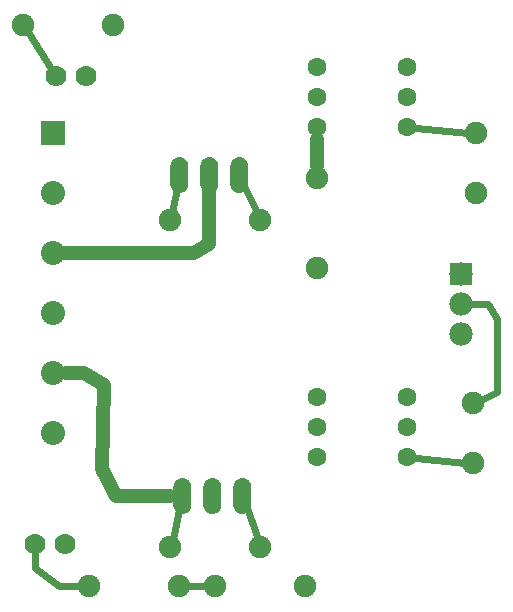
<source format=gtl>
G04 MADE WITH FRITZING*
G04 WWW.FRITZING.ORG*
G04 DOUBLE SIDED*
G04 HOLES PLATED*
G04 CONTOUR ON CENTER OF CONTOUR VECTOR*
%ASAXBY*%
%FSLAX23Y23*%
%MOIN*%
%OFA0B0*%
%SFA1.0B1.0*%
%ADD10C,0.060000*%
%ADD11C,0.078000*%
%ADD12C,0.080000*%
%ADD13C,0.063000*%
%ADD14C,0.075000*%
%ADD15C,0.070000*%
%ADD16R,0.078000X0.078000*%
%ADD17R,0.080000X0.080000*%
%ADD18C,0.024000*%
%ADD19C,0.048000*%
%ADD20R,0.001000X0.001000*%
%LNCOPPER1*%
G90*
G70*
G54D10*
X636Y485D03*
X736Y485D03*
X836Y485D03*
X636Y485D03*
X736Y485D03*
X836Y485D03*
X626Y1555D03*
X726Y1555D03*
X826Y1555D03*
X626Y1555D03*
X726Y1555D03*
X826Y1555D03*
G54D11*
X1566Y1225D03*
X1566Y1125D03*
X1566Y1025D03*
G54D12*
X206Y1695D03*
X206Y1495D03*
X206Y1295D03*
X206Y1095D03*
X206Y895D03*
X206Y695D03*
G54D13*
X1386Y1715D03*
X1386Y1815D03*
X1386Y1915D03*
X1086Y1915D03*
X1086Y1815D03*
X1086Y1715D03*
X1386Y1715D03*
X1386Y1815D03*
X1386Y1915D03*
X1086Y1915D03*
X1086Y1815D03*
X1086Y1715D03*
X1386Y615D03*
X1386Y715D03*
X1386Y815D03*
X1086Y815D03*
X1086Y715D03*
X1086Y615D03*
X1386Y615D03*
X1386Y715D03*
X1386Y815D03*
X1086Y815D03*
X1086Y715D03*
X1086Y615D03*
G54D14*
X746Y185D03*
X1046Y185D03*
X1606Y595D03*
X1606Y795D03*
X1616Y1495D03*
X1616Y1695D03*
X1086Y1245D03*
X1086Y1545D03*
X106Y2055D03*
X406Y2055D03*
G54D15*
X216Y1885D03*
X316Y1885D03*
X146Y325D03*
X246Y325D03*
G54D14*
X326Y185D03*
X626Y185D03*
X596Y315D03*
X896Y315D03*
X596Y1405D03*
X896Y1405D03*
G54D16*
X1566Y1225D03*
G54D17*
X206Y1695D03*
G54D18*
X1413Y1712D02*
X1588Y1697D01*
D02*
X1686Y833D02*
X1686Y1074D01*
D02*
X1686Y1074D02*
X1656Y1126D01*
D02*
X1656Y1126D02*
X1596Y1125D01*
D02*
X1632Y807D02*
X1686Y833D01*
D02*
X1413Y612D02*
X1578Y597D01*
G54D19*
D02*
X1086Y1604D02*
X1086Y1584D01*
D02*
X1086Y1677D02*
X1086Y1604D01*
D02*
X367Y574D02*
X415Y485D01*
D02*
X374Y855D02*
X367Y574D01*
D02*
X308Y896D02*
X374Y855D01*
D02*
X415Y485D02*
X594Y485D01*
D02*
X248Y895D02*
X308Y896D01*
G54D18*
D02*
X122Y2031D02*
X202Y1907D01*
D02*
X655Y185D02*
X718Y185D01*
D02*
X145Y244D02*
X226Y185D01*
D02*
X226Y185D02*
X298Y185D01*
D02*
X146Y299D02*
X145Y244D01*
D02*
X847Y455D02*
X887Y342D01*
D02*
X629Y454D02*
X603Y343D01*
D02*
X620Y1524D02*
X602Y1433D01*
D02*
X839Y1527D02*
X884Y1431D01*
G54D19*
D02*
X674Y1296D02*
X237Y1295D01*
D02*
X726Y1326D02*
X674Y1296D01*
D02*
X726Y1524D02*
X726Y1326D01*
G54D20*
X624Y1615D02*
X627Y1615D01*
X724Y1615D02*
X727Y1615D01*
X824Y1615D02*
X827Y1615D01*
X618Y1614D02*
X633Y1614D01*
X718Y1614D02*
X733Y1614D01*
X818Y1614D02*
X833Y1614D01*
X615Y1613D02*
X636Y1613D01*
X715Y1613D02*
X736Y1613D01*
X815Y1613D02*
X836Y1613D01*
X613Y1612D02*
X638Y1612D01*
X713Y1612D02*
X738Y1612D01*
X813Y1612D02*
X838Y1612D01*
X611Y1611D02*
X640Y1611D01*
X711Y1611D02*
X740Y1611D01*
X811Y1611D02*
X840Y1611D01*
X609Y1610D02*
X642Y1610D01*
X709Y1610D02*
X742Y1610D01*
X809Y1610D02*
X842Y1610D01*
X608Y1609D02*
X643Y1609D01*
X708Y1609D02*
X743Y1609D01*
X808Y1609D02*
X843Y1609D01*
X607Y1608D02*
X644Y1608D01*
X707Y1608D02*
X744Y1608D01*
X807Y1608D02*
X844Y1608D01*
X606Y1607D02*
X645Y1607D01*
X706Y1607D02*
X745Y1607D01*
X805Y1607D02*
X845Y1607D01*
X605Y1606D02*
X647Y1606D01*
X704Y1606D02*
X746Y1606D01*
X804Y1606D02*
X846Y1606D01*
X604Y1605D02*
X647Y1605D01*
X704Y1605D02*
X747Y1605D01*
X804Y1605D02*
X847Y1605D01*
X603Y1604D02*
X648Y1604D01*
X703Y1604D02*
X748Y1604D01*
X803Y1604D02*
X848Y1604D01*
X602Y1603D02*
X649Y1603D01*
X702Y1603D02*
X749Y1603D01*
X802Y1603D02*
X849Y1603D01*
X601Y1602D02*
X650Y1602D01*
X701Y1602D02*
X750Y1602D01*
X801Y1602D02*
X850Y1602D01*
X601Y1601D02*
X650Y1601D01*
X701Y1601D02*
X750Y1601D01*
X801Y1601D02*
X850Y1601D01*
X600Y1600D02*
X651Y1600D01*
X700Y1600D02*
X751Y1600D01*
X800Y1600D02*
X851Y1600D01*
X599Y1599D02*
X652Y1599D01*
X699Y1599D02*
X752Y1599D01*
X799Y1599D02*
X852Y1599D01*
X599Y1598D02*
X652Y1598D01*
X699Y1598D02*
X752Y1598D01*
X799Y1598D02*
X852Y1598D01*
X598Y1597D02*
X653Y1597D01*
X698Y1597D02*
X753Y1597D01*
X798Y1597D02*
X852Y1597D01*
X598Y1596D02*
X653Y1596D01*
X698Y1596D02*
X753Y1596D01*
X798Y1596D02*
X853Y1596D01*
X598Y1595D02*
X653Y1595D01*
X698Y1595D02*
X753Y1595D01*
X798Y1595D02*
X853Y1595D01*
X597Y1594D02*
X654Y1594D01*
X697Y1594D02*
X754Y1594D01*
X797Y1594D02*
X854Y1594D01*
X597Y1593D02*
X654Y1593D01*
X697Y1593D02*
X754Y1593D01*
X797Y1593D02*
X854Y1593D01*
X597Y1592D02*
X654Y1592D01*
X697Y1592D02*
X754Y1592D01*
X797Y1592D02*
X854Y1592D01*
X597Y1591D02*
X654Y1591D01*
X697Y1591D02*
X754Y1591D01*
X797Y1591D02*
X854Y1591D01*
X596Y1590D02*
X655Y1590D01*
X696Y1590D02*
X755Y1590D01*
X796Y1590D02*
X855Y1590D01*
X596Y1589D02*
X655Y1589D01*
X696Y1589D02*
X755Y1589D01*
X796Y1589D02*
X855Y1589D01*
X596Y1588D02*
X655Y1588D01*
X696Y1588D02*
X755Y1588D01*
X796Y1588D02*
X855Y1588D01*
X596Y1587D02*
X655Y1587D01*
X696Y1587D02*
X755Y1587D01*
X796Y1587D02*
X855Y1587D01*
X596Y1586D02*
X655Y1586D01*
X696Y1586D02*
X755Y1586D01*
X796Y1586D02*
X855Y1586D01*
X596Y1585D02*
X655Y1585D01*
X696Y1585D02*
X755Y1585D01*
X796Y1585D02*
X855Y1585D01*
X596Y1584D02*
X655Y1584D01*
X696Y1584D02*
X755Y1584D01*
X796Y1584D02*
X855Y1584D01*
X596Y1583D02*
X655Y1583D01*
X696Y1583D02*
X755Y1583D01*
X796Y1583D02*
X855Y1583D01*
X596Y1582D02*
X655Y1582D01*
X696Y1582D02*
X755Y1582D01*
X796Y1582D02*
X855Y1582D01*
X596Y1581D02*
X655Y1581D01*
X696Y1581D02*
X755Y1581D01*
X796Y1581D02*
X855Y1581D01*
X596Y1580D02*
X655Y1580D01*
X696Y1580D02*
X755Y1580D01*
X796Y1580D02*
X855Y1580D01*
X596Y1579D02*
X655Y1579D01*
X696Y1579D02*
X755Y1579D01*
X796Y1579D02*
X855Y1579D01*
X596Y1578D02*
X655Y1578D01*
X696Y1578D02*
X755Y1578D01*
X796Y1578D02*
X855Y1578D01*
X596Y1577D02*
X655Y1577D01*
X696Y1577D02*
X755Y1577D01*
X796Y1577D02*
X855Y1577D01*
X596Y1576D02*
X655Y1576D01*
X696Y1576D02*
X755Y1576D01*
X796Y1576D02*
X855Y1576D01*
X596Y1575D02*
X624Y1575D01*
X627Y1575D02*
X655Y1575D01*
X696Y1575D02*
X724Y1575D01*
X727Y1575D02*
X755Y1575D01*
X796Y1575D02*
X824Y1575D01*
X827Y1575D02*
X855Y1575D01*
X596Y1574D02*
X619Y1574D01*
X632Y1574D02*
X655Y1574D01*
X696Y1574D02*
X719Y1574D01*
X732Y1574D02*
X755Y1574D01*
X796Y1574D02*
X819Y1574D01*
X832Y1574D02*
X855Y1574D01*
X596Y1573D02*
X616Y1573D01*
X635Y1573D02*
X655Y1573D01*
X696Y1573D02*
X716Y1573D01*
X735Y1573D02*
X755Y1573D01*
X796Y1573D02*
X816Y1573D01*
X835Y1573D02*
X855Y1573D01*
X596Y1572D02*
X614Y1572D01*
X637Y1572D02*
X655Y1572D01*
X696Y1572D02*
X714Y1572D01*
X737Y1572D02*
X755Y1572D01*
X796Y1572D02*
X814Y1572D01*
X837Y1572D02*
X855Y1572D01*
X596Y1571D02*
X613Y1571D01*
X638Y1571D02*
X655Y1571D01*
X696Y1571D02*
X713Y1571D01*
X738Y1571D02*
X755Y1571D01*
X796Y1571D02*
X813Y1571D01*
X838Y1571D02*
X855Y1571D01*
X596Y1570D02*
X612Y1570D01*
X639Y1570D02*
X655Y1570D01*
X696Y1570D02*
X712Y1570D01*
X739Y1570D02*
X755Y1570D01*
X796Y1570D02*
X812Y1570D01*
X839Y1570D02*
X855Y1570D01*
X596Y1569D02*
X611Y1569D01*
X640Y1569D02*
X655Y1569D01*
X696Y1569D02*
X711Y1569D01*
X740Y1569D02*
X755Y1569D01*
X796Y1569D02*
X811Y1569D01*
X840Y1569D02*
X855Y1569D01*
X596Y1568D02*
X610Y1568D01*
X641Y1568D02*
X655Y1568D01*
X696Y1568D02*
X710Y1568D01*
X741Y1568D02*
X755Y1568D01*
X796Y1568D02*
X810Y1568D01*
X841Y1568D02*
X855Y1568D01*
X596Y1567D02*
X609Y1567D01*
X642Y1567D02*
X655Y1567D01*
X696Y1567D02*
X709Y1567D01*
X742Y1567D02*
X755Y1567D01*
X796Y1567D02*
X809Y1567D01*
X842Y1567D02*
X855Y1567D01*
X596Y1566D02*
X608Y1566D01*
X643Y1566D02*
X655Y1566D01*
X696Y1566D02*
X708Y1566D01*
X743Y1566D02*
X755Y1566D01*
X796Y1566D02*
X808Y1566D01*
X843Y1566D02*
X855Y1566D01*
X596Y1565D02*
X608Y1565D01*
X643Y1565D02*
X655Y1565D01*
X696Y1565D02*
X708Y1565D01*
X743Y1565D02*
X755Y1565D01*
X796Y1565D02*
X808Y1565D01*
X843Y1565D02*
X855Y1565D01*
X596Y1564D02*
X607Y1564D01*
X644Y1564D02*
X655Y1564D01*
X696Y1564D02*
X707Y1564D01*
X744Y1564D02*
X755Y1564D01*
X796Y1564D02*
X807Y1564D01*
X844Y1564D02*
X855Y1564D01*
X596Y1563D02*
X607Y1563D01*
X644Y1563D02*
X655Y1563D01*
X696Y1563D02*
X707Y1563D01*
X744Y1563D02*
X755Y1563D01*
X796Y1563D02*
X807Y1563D01*
X844Y1563D02*
X855Y1563D01*
X596Y1562D02*
X606Y1562D01*
X645Y1562D02*
X655Y1562D01*
X696Y1562D02*
X706Y1562D01*
X745Y1562D02*
X755Y1562D01*
X796Y1562D02*
X806Y1562D01*
X845Y1562D02*
X855Y1562D01*
X596Y1561D02*
X606Y1561D01*
X645Y1561D02*
X655Y1561D01*
X696Y1561D02*
X706Y1561D01*
X745Y1561D02*
X755Y1561D01*
X796Y1561D02*
X806Y1561D01*
X845Y1561D02*
X855Y1561D01*
X596Y1560D02*
X606Y1560D01*
X645Y1560D02*
X655Y1560D01*
X696Y1560D02*
X706Y1560D01*
X745Y1560D02*
X755Y1560D01*
X796Y1560D02*
X806Y1560D01*
X845Y1560D02*
X855Y1560D01*
X596Y1559D02*
X605Y1559D01*
X646Y1559D02*
X655Y1559D01*
X696Y1559D02*
X705Y1559D01*
X746Y1559D02*
X755Y1559D01*
X796Y1559D02*
X805Y1559D01*
X846Y1559D02*
X855Y1559D01*
X596Y1558D02*
X605Y1558D01*
X646Y1558D02*
X655Y1558D01*
X696Y1558D02*
X705Y1558D01*
X746Y1558D02*
X755Y1558D01*
X796Y1558D02*
X805Y1558D01*
X846Y1558D02*
X855Y1558D01*
X596Y1557D02*
X605Y1557D01*
X646Y1557D02*
X655Y1557D01*
X696Y1557D02*
X705Y1557D01*
X746Y1557D02*
X755Y1557D01*
X796Y1557D02*
X805Y1557D01*
X846Y1557D02*
X855Y1557D01*
X596Y1556D02*
X605Y1556D01*
X646Y1556D02*
X655Y1556D01*
X696Y1556D02*
X705Y1556D01*
X746Y1556D02*
X755Y1556D01*
X796Y1556D02*
X805Y1556D01*
X846Y1556D02*
X855Y1556D01*
X596Y1555D02*
X605Y1555D01*
X646Y1555D02*
X655Y1555D01*
X696Y1555D02*
X705Y1555D01*
X746Y1555D02*
X755Y1555D01*
X796Y1555D02*
X805Y1555D01*
X846Y1555D02*
X855Y1555D01*
X596Y1554D02*
X605Y1554D01*
X646Y1554D02*
X655Y1554D01*
X696Y1554D02*
X705Y1554D01*
X746Y1554D02*
X755Y1554D01*
X796Y1554D02*
X805Y1554D01*
X846Y1554D02*
X855Y1554D01*
X596Y1553D02*
X605Y1553D01*
X646Y1553D02*
X655Y1553D01*
X696Y1553D02*
X705Y1553D01*
X746Y1553D02*
X755Y1553D01*
X796Y1553D02*
X805Y1553D01*
X846Y1553D02*
X855Y1553D01*
X596Y1552D02*
X605Y1552D01*
X646Y1552D02*
X655Y1552D01*
X696Y1552D02*
X705Y1552D01*
X746Y1552D02*
X755Y1552D01*
X796Y1552D02*
X805Y1552D01*
X846Y1552D02*
X855Y1552D01*
X596Y1551D02*
X605Y1551D01*
X646Y1551D02*
X655Y1551D01*
X696Y1551D02*
X705Y1551D01*
X746Y1551D02*
X755Y1551D01*
X796Y1551D02*
X805Y1551D01*
X845Y1551D02*
X855Y1551D01*
X596Y1550D02*
X606Y1550D01*
X645Y1550D02*
X655Y1550D01*
X696Y1550D02*
X706Y1550D01*
X745Y1550D02*
X755Y1550D01*
X796Y1550D02*
X806Y1550D01*
X845Y1550D02*
X855Y1550D01*
X596Y1549D02*
X606Y1549D01*
X645Y1549D02*
X655Y1549D01*
X696Y1549D02*
X706Y1549D01*
X745Y1549D02*
X755Y1549D01*
X796Y1549D02*
X806Y1549D01*
X845Y1549D02*
X855Y1549D01*
X596Y1548D02*
X606Y1548D01*
X645Y1548D02*
X655Y1548D01*
X696Y1548D02*
X706Y1548D01*
X745Y1548D02*
X755Y1548D01*
X796Y1548D02*
X806Y1548D01*
X845Y1548D02*
X855Y1548D01*
X596Y1547D02*
X607Y1547D01*
X644Y1547D02*
X655Y1547D01*
X696Y1547D02*
X707Y1547D01*
X744Y1547D02*
X755Y1547D01*
X796Y1547D02*
X807Y1547D01*
X844Y1547D02*
X855Y1547D01*
X596Y1546D02*
X607Y1546D01*
X644Y1546D02*
X655Y1546D01*
X696Y1546D02*
X707Y1546D01*
X744Y1546D02*
X755Y1546D01*
X796Y1546D02*
X807Y1546D01*
X844Y1546D02*
X855Y1546D01*
X596Y1545D02*
X608Y1545D01*
X643Y1545D02*
X655Y1545D01*
X696Y1545D02*
X708Y1545D01*
X743Y1545D02*
X755Y1545D01*
X796Y1545D02*
X808Y1545D01*
X843Y1545D02*
X855Y1545D01*
X596Y1544D02*
X608Y1544D01*
X643Y1544D02*
X655Y1544D01*
X696Y1544D02*
X708Y1544D01*
X743Y1544D02*
X755Y1544D01*
X796Y1544D02*
X808Y1544D01*
X843Y1544D02*
X855Y1544D01*
X596Y1543D02*
X609Y1543D01*
X642Y1543D02*
X655Y1543D01*
X696Y1543D02*
X709Y1543D01*
X742Y1543D02*
X755Y1543D01*
X796Y1543D02*
X809Y1543D01*
X842Y1543D02*
X855Y1543D01*
X596Y1542D02*
X610Y1542D01*
X641Y1542D02*
X655Y1542D01*
X696Y1542D02*
X710Y1542D01*
X741Y1542D02*
X755Y1542D01*
X796Y1542D02*
X810Y1542D01*
X841Y1542D02*
X855Y1542D01*
X596Y1541D02*
X611Y1541D01*
X640Y1541D02*
X655Y1541D01*
X696Y1541D02*
X711Y1541D01*
X740Y1541D02*
X755Y1541D01*
X796Y1541D02*
X811Y1541D01*
X840Y1541D02*
X855Y1541D01*
X596Y1540D02*
X612Y1540D01*
X639Y1540D02*
X655Y1540D01*
X696Y1540D02*
X712Y1540D01*
X739Y1540D02*
X755Y1540D01*
X796Y1540D02*
X812Y1540D01*
X839Y1540D02*
X855Y1540D01*
X596Y1539D02*
X613Y1539D01*
X638Y1539D02*
X655Y1539D01*
X696Y1539D02*
X713Y1539D01*
X738Y1539D02*
X755Y1539D01*
X796Y1539D02*
X813Y1539D01*
X838Y1539D02*
X855Y1539D01*
X596Y1538D02*
X615Y1538D01*
X636Y1538D02*
X655Y1538D01*
X696Y1538D02*
X715Y1538D01*
X736Y1538D02*
X755Y1538D01*
X796Y1538D02*
X815Y1538D01*
X836Y1538D02*
X855Y1538D01*
X596Y1537D02*
X617Y1537D01*
X634Y1537D02*
X655Y1537D01*
X696Y1537D02*
X717Y1537D01*
X734Y1537D02*
X755Y1537D01*
X796Y1537D02*
X817Y1537D01*
X834Y1537D02*
X855Y1537D01*
X596Y1536D02*
X619Y1536D01*
X632Y1536D02*
X655Y1536D01*
X696Y1536D02*
X719Y1536D01*
X732Y1536D02*
X755Y1536D01*
X796Y1536D02*
X819Y1536D01*
X832Y1536D02*
X855Y1536D01*
X596Y1535D02*
X655Y1535D01*
X696Y1535D02*
X755Y1535D01*
X796Y1535D02*
X855Y1535D01*
X596Y1534D02*
X655Y1534D01*
X696Y1534D02*
X755Y1534D01*
X796Y1534D02*
X855Y1534D01*
X596Y1533D02*
X655Y1533D01*
X696Y1533D02*
X755Y1533D01*
X796Y1533D02*
X855Y1533D01*
X596Y1532D02*
X655Y1532D01*
X696Y1532D02*
X755Y1532D01*
X796Y1532D02*
X855Y1532D01*
X596Y1531D02*
X655Y1531D01*
X696Y1531D02*
X755Y1531D01*
X796Y1531D02*
X855Y1531D01*
X596Y1530D02*
X655Y1530D01*
X696Y1530D02*
X755Y1530D01*
X796Y1530D02*
X855Y1530D01*
X596Y1529D02*
X655Y1529D01*
X696Y1529D02*
X755Y1529D01*
X796Y1529D02*
X855Y1529D01*
X596Y1528D02*
X655Y1528D01*
X696Y1528D02*
X755Y1528D01*
X796Y1528D02*
X855Y1528D01*
X596Y1527D02*
X655Y1527D01*
X696Y1527D02*
X755Y1527D01*
X796Y1527D02*
X855Y1527D01*
X596Y1526D02*
X655Y1526D01*
X696Y1526D02*
X755Y1526D01*
X796Y1526D02*
X855Y1526D01*
X596Y1525D02*
X655Y1525D01*
X696Y1525D02*
X755Y1525D01*
X796Y1525D02*
X855Y1525D01*
X596Y1524D02*
X655Y1524D01*
X696Y1524D02*
X755Y1524D01*
X796Y1524D02*
X855Y1524D01*
X596Y1523D02*
X655Y1523D01*
X696Y1523D02*
X755Y1523D01*
X796Y1523D02*
X855Y1523D01*
X596Y1522D02*
X655Y1522D01*
X696Y1522D02*
X755Y1522D01*
X796Y1522D02*
X855Y1522D01*
X596Y1521D02*
X655Y1521D01*
X696Y1521D02*
X755Y1521D01*
X796Y1521D02*
X855Y1521D01*
X596Y1520D02*
X655Y1520D01*
X696Y1520D02*
X755Y1520D01*
X796Y1520D02*
X854Y1520D01*
X597Y1519D02*
X654Y1519D01*
X697Y1519D02*
X754Y1519D01*
X797Y1519D02*
X854Y1519D01*
X597Y1518D02*
X654Y1518D01*
X697Y1518D02*
X754Y1518D01*
X797Y1518D02*
X854Y1518D01*
X597Y1517D02*
X654Y1517D01*
X697Y1517D02*
X754Y1517D01*
X797Y1517D02*
X854Y1517D01*
X597Y1516D02*
X654Y1516D01*
X697Y1516D02*
X754Y1516D01*
X797Y1516D02*
X854Y1516D01*
X598Y1515D02*
X653Y1515D01*
X698Y1515D02*
X753Y1515D01*
X798Y1515D02*
X853Y1515D01*
X598Y1514D02*
X653Y1514D01*
X698Y1514D02*
X753Y1514D01*
X798Y1514D02*
X853Y1514D01*
X599Y1513D02*
X652Y1513D01*
X699Y1513D02*
X752Y1513D01*
X799Y1513D02*
X852Y1513D01*
X599Y1512D02*
X652Y1512D01*
X699Y1512D02*
X752Y1512D01*
X799Y1512D02*
X852Y1512D01*
X600Y1511D02*
X651Y1511D01*
X700Y1511D02*
X751Y1511D01*
X799Y1511D02*
X851Y1511D01*
X600Y1510D02*
X651Y1510D01*
X700Y1510D02*
X751Y1510D01*
X800Y1510D02*
X851Y1510D01*
X601Y1509D02*
X650Y1509D01*
X701Y1509D02*
X750Y1509D01*
X801Y1509D02*
X850Y1509D01*
X601Y1508D02*
X650Y1508D01*
X701Y1508D02*
X750Y1508D01*
X801Y1508D02*
X850Y1508D01*
X602Y1507D02*
X649Y1507D01*
X702Y1507D02*
X749Y1507D01*
X802Y1507D02*
X849Y1507D01*
X603Y1506D02*
X648Y1506D01*
X703Y1506D02*
X748Y1506D01*
X803Y1506D02*
X848Y1506D01*
X604Y1505D02*
X647Y1505D01*
X704Y1505D02*
X747Y1505D01*
X804Y1505D02*
X847Y1505D01*
X605Y1504D02*
X646Y1504D01*
X705Y1504D02*
X746Y1504D01*
X805Y1504D02*
X846Y1504D01*
X606Y1503D02*
X645Y1503D01*
X706Y1503D02*
X745Y1503D01*
X806Y1503D02*
X845Y1503D01*
X607Y1502D02*
X644Y1502D01*
X707Y1502D02*
X744Y1502D01*
X807Y1502D02*
X844Y1502D01*
X608Y1501D02*
X643Y1501D01*
X708Y1501D02*
X743Y1501D01*
X808Y1501D02*
X843Y1501D01*
X610Y1500D02*
X641Y1500D01*
X710Y1500D02*
X741Y1500D01*
X810Y1500D02*
X841Y1500D01*
X611Y1499D02*
X640Y1499D01*
X711Y1499D02*
X740Y1499D01*
X811Y1499D02*
X840Y1499D01*
X613Y1498D02*
X638Y1498D01*
X713Y1498D02*
X738Y1498D01*
X813Y1498D02*
X838Y1498D01*
X616Y1497D02*
X635Y1497D01*
X716Y1497D02*
X735Y1497D01*
X816Y1497D02*
X835Y1497D01*
X619Y1496D02*
X632Y1496D01*
X719Y1496D02*
X732Y1496D01*
X819Y1496D02*
X832Y1496D01*
X633Y545D02*
X638Y545D01*
X733Y545D02*
X738Y545D01*
X833Y545D02*
X838Y545D01*
X628Y544D02*
X643Y544D01*
X728Y544D02*
X743Y544D01*
X828Y544D02*
X843Y544D01*
X625Y543D02*
X646Y543D01*
X725Y543D02*
X746Y543D01*
X825Y543D02*
X846Y543D01*
X623Y542D02*
X648Y542D01*
X723Y542D02*
X748Y542D01*
X823Y542D02*
X848Y542D01*
X621Y541D02*
X650Y541D01*
X721Y541D02*
X750Y541D01*
X821Y541D02*
X850Y541D01*
X619Y540D02*
X652Y540D01*
X719Y540D02*
X752Y540D01*
X819Y540D02*
X852Y540D01*
X618Y539D02*
X653Y539D01*
X718Y539D02*
X753Y539D01*
X818Y539D02*
X853Y539D01*
X617Y538D02*
X654Y538D01*
X717Y538D02*
X754Y538D01*
X816Y538D02*
X854Y538D01*
X615Y537D02*
X656Y537D01*
X715Y537D02*
X756Y537D01*
X815Y537D02*
X856Y537D01*
X614Y536D02*
X657Y536D01*
X714Y536D02*
X757Y536D01*
X814Y536D02*
X857Y536D01*
X614Y535D02*
X658Y535D01*
X713Y535D02*
X757Y535D01*
X813Y535D02*
X857Y535D01*
X613Y534D02*
X658Y534D01*
X713Y534D02*
X758Y534D01*
X813Y534D02*
X858Y534D01*
X612Y533D02*
X659Y533D01*
X712Y533D02*
X759Y533D01*
X812Y533D02*
X859Y533D01*
X611Y532D02*
X660Y532D01*
X711Y532D02*
X760Y532D01*
X811Y532D02*
X860Y532D01*
X611Y531D02*
X660Y531D01*
X711Y531D02*
X760Y531D01*
X810Y531D02*
X860Y531D01*
X610Y530D02*
X661Y530D01*
X710Y530D02*
X761Y530D01*
X810Y530D02*
X861Y530D01*
X609Y529D02*
X662Y529D01*
X709Y529D02*
X762Y529D01*
X809Y529D02*
X862Y529D01*
X609Y528D02*
X662Y528D01*
X709Y528D02*
X762Y528D01*
X809Y528D02*
X862Y528D01*
X608Y527D02*
X663Y527D01*
X708Y527D02*
X763Y527D01*
X808Y527D02*
X863Y527D01*
X608Y526D02*
X663Y526D01*
X708Y526D02*
X763Y526D01*
X808Y526D02*
X863Y526D01*
X608Y525D02*
X663Y525D01*
X708Y525D02*
X763Y525D01*
X808Y525D02*
X863Y525D01*
X607Y524D02*
X664Y524D01*
X707Y524D02*
X764Y524D01*
X807Y524D02*
X864Y524D01*
X607Y523D02*
X664Y523D01*
X707Y523D02*
X764Y523D01*
X807Y523D02*
X864Y523D01*
X607Y522D02*
X664Y522D01*
X707Y522D02*
X764Y522D01*
X807Y522D02*
X864Y522D01*
X607Y521D02*
X664Y521D01*
X707Y521D02*
X764Y521D01*
X807Y521D02*
X864Y521D01*
X606Y520D02*
X665Y520D01*
X706Y520D02*
X765Y520D01*
X806Y520D02*
X865Y520D01*
X606Y519D02*
X665Y519D01*
X706Y519D02*
X765Y519D01*
X806Y519D02*
X865Y519D01*
X606Y518D02*
X665Y518D01*
X706Y518D02*
X765Y518D01*
X806Y518D02*
X865Y518D01*
X606Y517D02*
X665Y517D01*
X706Y517D02*
X765Y517D01*
X806Y517D02*
X865Y517D01*
X606Y516D02*
X665Y516D01*
X706Y516D02*
X765Y516D01*
X806Y516D02*
X865Y516D01*
X606Y515D02*
X665Y515D01*
X706Y515D02*
X765Y515D01*
X806Y515D02*
X865Y515D01*
X606Y514D02*
X665Y514D01*
X706Y514D02*
X765Y514D01*
X806Y514D02*
X865Y514D01*
X606Y513D02*
X665Y513D01*
X706Y513D02*
X765Y513D01*
X806Y513D02*
X865Y513D01*
X606Y512D02*
X665Y512D01*
X706Y512D02*
X765Y512D01*
X806Y512D02*
X865Y512D01*
X606Y511D02*
X665Y511D01*
X706Y511D02*
X765Y511D01*
X806Y511D02*
X865Y511D01*
X606Y510D02*
X665Y510D01*
X706Y510D02*
X765Y510D01*
X806Y510D02*
X865Y510D01*
X606Y509D02*
X665Y509D01*
X706Y509D02*
X765Y509D01*
X806Y509D02*
X865Y509D01*
X606Y508D02*
X665Y508D01*
X706Y508D02*
X765Y508D01*
X806Y508D02*
X865Y508D01*
X606Y507D02*
X665Y507D01*
X706Y507D02*
X765Y507D01*
X806Y507D02*
X865Y507D01*
X606Y506D02*
X665Y506D01*
X706Y506D02*
X765Y506D01*
X806Y506D02*
X865Y506D01*
X606Y505D02*
X633Y505D01*
X638Y505D02*
X665Y505D01*
X706Y505D02*
X733Y505D01*
X738Y505D02*
X765Y505D01*
X806Y505D02*
X833Y505D01*
X838Y505D02*
X865Y505D01*
X606Y504D02*
X628Y504D01*
X643Y504D02*
X665Y504D01*
X706Y504D02*
X728Y504D01*
X743Y504D02*
X765Y504D01*
X806Y504D02*
X828Y504D01*
X843Y504D02*
X865Y504D01*
X606Y503D02*
X626Y503D01*
X645Y503D02*
X665Y503D01*
X706Y503D02*
X726Y503D01*
X745Y503D02*
X765Y503D01*
X806Y503D02*
X826Y503D01*
X845Y503D02*
X865Y503D01*
X606Y502D02*
X624Y502D01*
X647Y502D02*
X665Y502D01*
X706Y502D02*
X724Y502D01*
X747Y502D02*
X765Y502D01*
X806Y502D02*
X824Y502D01*
X847Y502D02*
X865Y502D01*
X606Y501D02*
X623Y501D01*
X648Y501D02*
X665Y501D01*
X706Y501D02*
X723Y501D01*
X748Y501D02*
X765Y501D01*
X806Y501D02*
X823Y501D01*
X848Y501D02*
X865Y501D01*
X606Y500D02*
X622Y500D01*
X649Y500D02*
X665Y500D01*
X706Y500D02*
X722Y500D01*
X749Y500D02*
X765Y500D01*
X806Y500D02*
X822Y500D01*
X849Y500D02*
X865Y500D01*
X606Y499D02*
X621Y499D01*
X650Y499D02*
X665Y499D01*
X706Y499D02*
X721Y499D01*
X750Y499D02*
X765Y499D01*
X806Y499D02*
X821Y499D01*
X850Y499D02*
X865Y499D01*
X606Y498D02*
X620Y498D01*
X651Y498D02*
X665Y498D01*
X706Y498D02*
X720Y498D01*
X751Y498D02*
X765Y498D01*
X806Y498D02*
X820Y498D01*
X851Y498D02*
X865Y498D01*
X606Y497D02*
X619Y497D01*
X652Y497D02*
X665Y497D01*
X706Y497D02*
X719Y497D01*
X752Y497D02*
X765Y497D01*
X806Y497D02*
X819Y497D01*
X852Y497D02*
X865Y497D01*
X606Y496D02*
X618Y496D01*
X653Y496D02*
X665Y496D01*
X706Y496D02*
X718Y496D01*
X753Y496D02*
X765Y496D01*
X806Y496D02*
X818Y496D01*
X853Y496D02*
X865Y496D01*
X606Y495D02*
X618Y495D01*
X653Y495D02*
X665Y495D01*
X706Y495D02*
X718Y495D01*
X753Y495D02*
X765Y495D01*
X806Y495D02*
X818Y495D01*
X853Y495D02*
X865Y495D01*
X606Y494D02*
X617Y494D01*
X654Y494D02*
X665Y494D01*
X706Y494D02*
X717Y494D01*
X754Y494D02*
X765Y494D01*
X806Y494D02*
X817Y494D01*
X854Y494D02*
X865Y494D01*
X606Y493D02*
X617Y493D01*
X654Y493D02*
X665Y493D01*
X706Y493D02*
X717Y493D01*
X754Y493D02*
X765Y493D01*
X806Y493D02*
X817Y493D01*
X854Y493D02*
X865Y493D01*
X606Y492D02*
X616Y492D01*
X655Y492D02*
X665Y492D01*
X706Y492D02*
X716Y492D01*
X755Y492D02*
X765Y492D01*
X806Y492D02*
X816Y492D01*
X855Y492D02*
X865Y492D01*
X606Y491D02*
X616Y491D01*
X655Y491D02*
X665Y491D01*
X706Y491D02*
X716Y491D01*
X755Y491D02*
X765Y491D01*
X806Y491D02*
X816Y491D01*
X855Y491D02*
X865Y491D01*
X606Y490D02*
X616Y490D01*
X655Y490D02*
X665Y490D01*
X706Y490D02*
X716Y490D01*
X755Y490D02*
X765Y490D01*
X806Y490D02*
X816Y490D01*
X855Y490D02*
X865Y490D01*
X606Y489D02*
X615Y489D01*
X656Y489D02*
X665Y489D01*
X706Y489D02*
X715Y489D01*
X756Y489D02*
X765Y489D01*
X806Y489D02*
X815Y489D01*
X856Y489D02*
X865Y489D01*
X606Y488D02*
X615Y488D01*
X656Y488D02*
X665Y488D01*
X706Y488D02*
X715Y488D01*
X756Y488D02*
X765Y488D01*
X806Y488D02*
X815Y488D01*
X856Y488D02*
X865Y488D01*
X606Y487D02*
X615Y487D01*
X656Y487D02*
X665Y487D01*
X706Y487D02*
X715Y487D01*
X756Y487D02*
X765Y487D01*
X806Y487D02*
X815Y487D01*
X856Y487D02*
X865Y487D01*
X606Y486D02*
X615Y486D01*
X656Y486D02*
X665Y486D01*
X706Y486D02*
X715Y486D01*
X756Y486D02*
X765Y486D01*
X806Y486D02*
X815Y486D01*
X856Y486D02*
X865Y486D01*
X606Y485D02*
X615Y485D01*
X656Y485D02*
X665Y485D01*
X706Y485D02*
X715Y485D01*
X756Y485D02*
X765Y485D01*
X806Y485D02*
X815Y485D01*
X856Y485D02*
X865Y485D01*
X606Y484D02*
X615Y484D01*
X656Y484D02*
X665Y484D01*
X706Y484D02*
X715Y484D01*
X756Y484D02*
X765Y484D01*
X806Y484D02*
X815Y484D01*
X856Y484D02*
X865Y484D01*
X606Y483D02*
X615Y483D01*
X656Y483D02*
X665Y483D01*
X706Y483D02*
X715Y483D01*
X756Y483D02*
X765Y483D01*
X806Y483D02*
X815Y483D01*
X856Y483D02*
X865Y483D01*
X606Y482D02*
X615Y482D01*
X656Y482D02*
X665Y482D01*
X706Y482D02*
X715Y482D01*
X756Y482D02*
X765Y482D01*
X806Y482D02*
X815Y482D01*
X856Y482D02*
X865Y482D01*
X606Y481D02*
X616Y481D01*
X656Y481D02*
X665Y481D01*
X706Y481D02*
X715Y481D01*
X756Y481D02*
X765Y481D01*
X806Y481D02*
X815Y481D01*
X855Y481D02*
X865Y481D01*
X606Y480D02*
X616Y480D01*
X655Y480D02*
X665Y480D01*
X706Y480D02*
X716Y480D01*
X755Y480D02*
X765Y480D01*
X806Y480D02*
X816Y480D01*
X855Y480D02*
X865Y480D01*
X606Y479D02*
X616Y479D01*
X655Y479D02*
X665Y479D01*
X706Y479D02*
X716Y479D01*
X755Y479D02*
X765Y479D01*
X806Y479D02*
X816Y479D01*
X855Y479D02*
X865Y479D01*
X606Y478D02*
X616Y478D01*
X655Y478D02*
X665Y478D01*
X706Y478D02*
X716Y478D01*
X755Y478D02*
X765Y478D01*
X806Y478D02*
X816Y478D01*
X855Y478D02*
X865Y478D01*
X606Y477D02*
X617Y477D01*
X654Y477D02*
X665Y477D01*
X706Y477D02*
X717Y477D01*
X754Y477D02*
X765Y477D01*
X806Y477D02*
X817Y477D01*
X854Y477D02*
X865Y477D01*
X606Y476D02*
X617Y476D01*
X654Y476D02*
X665Y476D01*
X706Y476D02*
X717Y476D01*
X754Y476D02*
X765Y476D01*
X806Y476D02*
X817Y476D01*
X854Y476D02*
X865Y476D01*
X606Y475D02*
X618Y475D01*
X653Y475D02*
X665Y475D01*
X706Y475D02*
X718Y475D01*
X753Y475D02*
X765Y475D01*
X806Y475D02*
X818Y475D01*
X853Y475D02*
X865Y475D01*
X606Y474D02*
X618Y474D01*
X653Y474D02*
X665Y474D01*
X706Y474D02*
X718Y474D01*
X753Y474D02*
X765Y474D01*
X806Y474D02*
X818Y474D01*
X852Y474D02*
X865Y474D01*
X606Y473D02*
X619Y473D01*
X652Y473D02*
X665Y473D01*
X706Y473D02*
X719Y473D01*
X752Y473D02*
X765Y473D01*
X806Y473D02*
X819Y473D01*
X852Y473D02*
X865Y473D01*
X606Y472D02*
X620Y472D01*
X651Y472D02*
X665Y472D01*
X706Y472D02*
X720Y472D01*
X751Y472D02*
X765Y472D01*
X806Y472D02*
X820Y472D01*
X851Y472D02*
X865Y472D01*
X606Y471D02*
X621Y471D01*
X650Y471D02*
X665Y471D01*
X706Y471D02*
X721Y471D01*
X750Y471D02*
X765Y471D01*
X806Y471D02*
X821Y471D01*
X850Y471D02*
X865Y471D01*
X606Y470D02*
X622Y470D01*
X649Y470D02*
X665Y470D01*
X706Y470D02*
X722Y470D01*
X749Y470D02*
X765Y470D01*
X806Y470D02*
X822Y470D01*
X849Y470D02*
X865Y470D01*
X606Y469D02*
X623Y469D01*
X648Y469D02*
X665Y469D01*
X706Y469D02*
X723Y469D01*
X748Y469D02*
X765Y469D01*
X806Y469D02*
X823Y469D01*
X848Y469D02*
X865Y469D01*
X606Y468D02*
X625Y468D01*
X646Y468D02*
X665Y468D01*
X706Y468D02*
X725Y468D01*
X746Y468D02*
X765Y468D01*
X806Y468D02*
X825Y468D01*
X846Y468D02*
X865Y468D01*
X606Y467D02*
X627Y467D01*
X644Y467D02*
X665Y467D01*
X706Y467D02*
X727Y467D01*
X744Y467D02*
X765Y467D01*
X806Y467D02*
X827Y467D01*
X844Y467D02*
X865Y467D01*
X606Y466D02*
X630Y466D01*
X641Y466D02*
X665Y466D01*
X706Y466D02*
X730Y466D01*
X741Y466D02*
X765Y466D01*
X806Y466D02*
X830Y466D01*
X841Y466D02*
X865Y466D01*
X606Y465D02*
X665Y465D01*
X706Y465D02*
X765Y465D01*
X806Y465D02*
X865Y465D01*
X606Y464D02*
X665Y464D01*
X706Y464D02*
X765Y464D01*
X806Y464D02*
X865Y464D01*
X606Y463D02*
X665Y463D01*
X706Y463D02*
X765Y463D01*
X806Y463D02*
X865Y463D01*
X606Y462D02*
X665Y462D01*
X706Y462D02*
X765Y462D01*
X806Y462D02*
X865Y462D01*
X606Y461D02*
X665Y461D01*
X706Y461D02*
X765Y461D01*
X806Y461D02*
X865Y461D01*
X606Y460D02*
X665Y460D01*
X706Y460D02*
X765Y460D01*
X806Y460D02*
X865Y460D01*
X606Y459D02*
X665Y459D01*
X706Y459D02*
X765Y459D01*
X806Y459D02*
X865Y459D01*
X606Y458D02*
X665Y458D01*
X706Y458D02*
X765Y458D01*
X806Y458D02*
X865Y458D01*
X606Y457D02*
X665Y457D01*
X706Y457D02*
X765Y457D01*
X806Y457D02*
X865Y457D01*
X606Y456D02*
X665Y456D01*
X706Y456D02*
X765Y456D01*
X806Y456D02*
X865Y456D01*
X606Y455D02*
X665Y455D01*
X706Y455D02*
X765Y455D01*
X806Y455D02*
X865Y455D01*
X606Y454D02*
X665Y454D01*
X706Y454D02*
X765Y454D01*
X806Y454D02*
X865Y454D01*
X606Y453D02*
X665Y453D01*
X706Y453D02*
X765Y453D01*
X806Y453D02*
X865Y453D01*
X606Y452D02*
X665Y452D01*
X706Y452D02*
X765Y452D01*
X806Y452D02*
X865Y452D01*
X606Y451D02*
X665Y451D01*
X706Y451D02*
X765Y451D01*
X806Y451D02*
X865Y451D01*
X607Y450D02*
X665Y450D01*
X706Y450D02*
X764Y450D01*
X806Y450D02*
X864Y450D01*
X607Y449D02*
X664Y449D01*
X707Y449D02*
X764Y449D01*
X807Y449D02*
X864Y449D01*
X607Y448D02*
X664Y448D01*
X707Y448D02*
X764Y448D01*
X807Y448D02*
X864Y448D01*
X607Y447D02*
X664Y447D01*
X707Y447D02*
X764Y447D01*
X807Y447D02*
X864Y447D01*
X607Y446D02*
X664Y446D01*
X707Y446D02*
X764Y446D01*
X807Y446D02*
X863Y446D01*
X608Y445D02*
X663Y445D01*
X708Y445D02*
X763Y445D01*
X808Y445D02*
X863Y445D01*
X608Y444D02*
X663Y444D01*
X708Y444D02*
X763Y444D01*
X808Y444D02*
X863Y444D01*
X609Y443D02*
X662Y443D01*
X709Y443D02*
X762Y443D01*
X809Y443D02*
X862Y443D01*
X609Y442D02*
X662Y442D01*
X709Y442D02*
X762Y442D01*
X809Y442D02*
X862Y442D01*
X610Y441D02*
X661Y441D01*
X710Y441D02*
X761Y441D01*
X810Y441D02*
X861Y441D01*
X610Y440D02*
X661Y440D01*
X710Y440D02*
X761Y440D01*
X810Y440D02*
X861Y440D01*
X611Y439D02*
X660Y439D01*
X711Y439D02*
X760Y439D01*
X811Y439D02*
X860Y439D01*
X611Y438D02*
X660Y438D01*
X711Y438D02*
X760Y438D01*
X811Y438D02*
X859Y438D01*
X612Y437D02*
X659Y437D01*
X712Y437D02*
X759Y437D01*
X812Y437D02*
X859Y437D01*
X613Y436D02*
X658Y436D01*
X713Y436D02*
X758Y436D01*
X813Y436D02*
X858Y436D01*
X614Y435D02*
X657Y435D01*
X714Y435D02*
X757Y435D01*
X814Y435D02*
X857Y435D01*
X615Y434D02*
X656Y434D01*
X715Y434D02*
X756Y434D01*
X815Y434D02*
X856Y434D01*
X616Y433D02*
X655Y433D01*
X716Y433D02*
X755Y433D01*
X816Y433D02*
X855Y433D01*
X617Y432D02*
X654Y432D01*
X717Y432D02*
X754Y432D01*
X817Y432D02*
X854Y432D01*
X618Y431D02*
X653Y431D01*
X718Y431D02*
X753Y431D01*
X818Y431D02*
X853Y431D01*
X620Y430D02*
X651Y430D01*
X720Y430D02*
X751Y430D01*
X820Y430D02*
X851Y430D01*
X621Y429D02*
X650Y429D01*
X721Y429D02*
X750Y429D01*
X821Y429D02*
X850Y429D01*
X623Y428D02*
X648Y428D01*
X723Y428D02*
X748Y428D01*
X823Y428D02*
X848Y428D01*
X626Y427D02*
X645Y427D01*
X726Y427D02*
X745Y427D01*
X826Y427D02*
X845Y427D01*
X629Y426D02*
X642Y426D01*
X729Y426D02*
X742Y426D01*
X829Y426D02*
X842Y426D01*
D02*
G04 End of Copper1*
M02*
</source>
